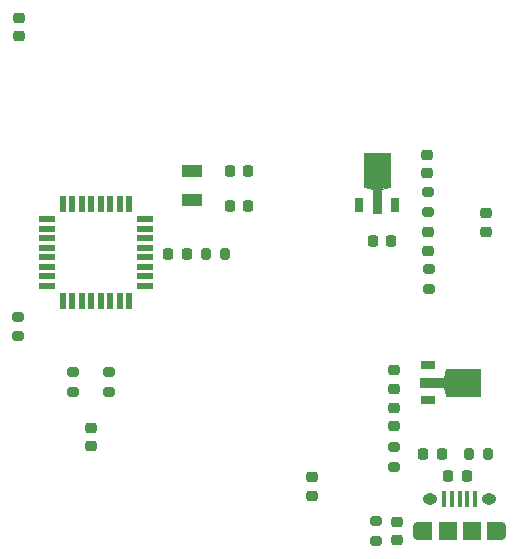
<source format=gbr>
%TF.GenerationSoftware,KiCad,Pcbnew,9.0.0*%
%TF.CreationDate,2025-03-21T22:40:37-06:00*%
%TF.ProjectId,pcb_desgin,7063625f-6465-4736-9769-6e2e6b696361,rev?*%
%TF.SameCoordinates,Original*%
%TF.FileFunction,Paste,Top*%
%TF.FilePolarity,Positive*%
%FSLAX46Y46*%
G04 Gerber Fmt 4.6, Leading zero omitted, Abs format (unit mm)*
G04 Created by KiCad (PCBNEW 9.0.0) date 2025-03-21 22:40:37*
%MOMM*%
%LPD*%
G01*
G04 APERTURE LIST*
G04 Aperture macros list*
%AMRoundRect*
0 Rectangle with rounded corners*
0 $1 Rounding radius*
0 $2 $3 $4 $5 $6 $7 $8 $9 X,Y pos of 4 corners*
0 Add a 4 corners polygon primitive as box body*
4,1,4,$2,$3,$4,$5,$6,$7,$8,$9,$2,$3,0*
0 Add four circle primitives for the rounded corners*
1,1,$1+$1,$2,$3*
1,1,$1+$1,$4,$5*
1,1,$1+$1,$6,$7*
1,1,$1+$1,$8,$9*
0 Add four rect primitives between the rounded corners*
20,1,$1+$1,$2,$3,$4,$5,0*
20,1,$1+$1,$4,$5,$6,$7,0*
20,1,$1+$1,$6,$7,$8,$9,0*
20,1,$1+$1,$8,$9,$2,$3,0*%
G04 Aperture macros list end*
%ADD10C,0.010000*%
%ADD11R,1.300000X0.700000*%
%ADD12R,1.800000X1.000000*%
%ADD13RoundRect,0.200000X-0.275000X0.200000X-0.275000X-0.200000X0.275000X-0.200000X0.275000X0.200000X0*%
%ADD14RoundRect,0.225000X-0.250000X0.225000X-0.250000X-0.225000X0.250000X-0.225000X0.250000X0.225000X0*%
%ADD15RoundRect,0.218750X0.256250X-0.218750X0.256250X0.218750X-0.256250X0.218750X-0.256250X-0.218750X0*%
%ADD16RoundRect,0.200000X0.275000X-0.200000X0.275000X0.200000X-0.275000X0.200000X-0.275000X-0.200000X0*%
%ADD17RoundRect,0.225000X0.250000X-0.225000X0.250000X0.225000X-0.250000X0.225000X-0.250000X-0.225000X0*%
%ADD18RoundRect,0.200000X0.200000X0.275000X-0.200000X0.275000X-0.200000X-0.275000X0.200000X-0.275000X0*%
%ADD19RoundRect,0.225000X-0.225000X-0.250000X0.225000X-0.250000X0.225000X0.250000X-0.225000X0.250000X0*%
%ADD20R,0.508000X1.473200*%
%ADD21R,1.473200X0.508000*%
%ADD22RoundRect,0.218750X0.218750X0.256250X-0.218750X0.256250X-0.218750X-0.256250X0.218750X-0.256250X0*%
%ADD23RoundRect,0.225000X0.225000X0.250000X-0.225000X0.250000X-0.225000X-0.250000X0.225000X-0.250000X0*%
%ADD24O,0.890000X1.550000*%
%ADD25O,1.250000X0.950000*%
%ADD26R,0.400000X1.350000*%
%ADD27R,1.200000X1.550000*%
%ADD28R,1.500000X1.550000*%
%ADD29R,0.700000X1.300000*%
G04 APERTURE END LIST*
D10*
%TO.C,U2*%
X145550000Y-70825000D02*
X142625000Y-70825000D01*
X142440000Y-70050000D01*
X140450000Y-70050000D01*
X140450000Y-69350000D01*
X142440000Y-69350000D01*
X142625000Y-68575000D01*
X145550000Y-68575000D01*
X145550000Y-70825000D01*
G36*
X145550000Y-70825000D02*
G01*
X142625000Y-70825000D01*
X142440000Y-70050000D01*
X140450000Y-70050000D01*
X140450000Y-69350000D01*
X142440000Y-69350000D01*
X142625000Y-68575000D01*
X145550000Y-68575000D01*
X145550000Y-70825000D01*
G37*
%TO.C,U1*%
X137925000Y-53162500D02*
X137150000Y-53347500D01*
X137150000Y-55337500D01*
X136450000Y-55337500D01*
X136450000Y-53347500D01*
X135675000Y-53162500D01*
X135675000Y-50237500D01*
X137925000Y-50237500D01*
X137925000Y-53162500D01*
G36*
X137925000Y-53162500D02*
G01*
X137150000Y-53347500D01*
X137150000Y-55337500D01*
X136450000Y-55337500D01*
X136450000Y-53347500D01*
X135675000Y-53162500D01*
X135675000Y-50237500D01*
X137925000Y-50237500D01*
X137925000Y-53162500D01*
G37*
%TD*%
D11*
%TO.C,U2*%
X141100000Y-68200000D03*
X141100000Y-71200000D03*
%TD*%
D12*
%TO.C,Y1*%
X121100000Y-54300000D03*
X121100000Y-51800000D03*
%TD*%
D13*
%TO.C,R8*%
X106400000Y-64150000D03*
X106400000Y-65800000D03*
%TD*%
D14*
%TO.C,C5*%
X106500000Y-38850000D03*
X106500000Y-40400000D03*
%TD*%
D15*
%TO.C,D1*%
X141000000Y-51987500D03*
X141000000Y-50412500D03*
%TD*%
D14*
%TO.C,C6*%
X131300000Y-77750000D03*
X131300000Y-79300000D03*
%TD*%
D16*
%TO.C,R1*%
X141100000Y-55237500D03*
X141100000Y-53587500D03*
%TD*%
D17*
%TO.C,C3*%
X138200000Y-70225000D03*
X138200000Y-68675000D03*
%TD*%
D18*
%TO.C,R9*%
X123950000Y-58800000D03*
X122300000Y-58800000D03*
%TD*%
D13*
%TO.C,R6*%
X111100000Y-68850000D03*
X111100000Y-70500000D03*
%TD*%
D19*
%TO.C,C4*%
X142850000Y-77600000D03*
X144400000Y-77600000D03*
%TD*%
D20*
%TO.C,U3*%
X115814799Y-54585199D03*
X115014801Y-54585199D03*
X114214800Y-54585199D03*
X113414799Y-54585199D03*
X112614801Y-54585199D03*
X111814800Y-54585199D03*
X111014801Y-54585199D03*
X110214801Y-54585199D03*
D21*
X108900000Y-55900000D03*
X108900000Y-56699998D03*
X108900000Y-57499999D03*
X108900000Y-58300000D03*
X108900000Y-59099998D03*
X108900000Y-59899999D03*
X108900000Y-60699998D03*
X108900000Y-61499998D03*
D20*
X110214801Y-62814799D03*
X111014799Y-62814799D03*
X111814800Y-62814799D03*
X112614801Y-62814799D03*
X113414799Y-62814799D03*
X114214800Y-62814799D03*
X115014799Y-62814799D03*
X115814799Y-62814799D03*
D21*
X117129600Y-61499998D03*
X117129600Y-60700000D03*
X117129600Y-59899999D03*
X117129600Y-59099998D03*
X117129600Y-58300000D03*
X117129600Y-57499999D03*
X117129600Y-56700000D03*
X117129600Y-55900000D03*
%TD*%
D16*
%TO.C,R4*%
X138200000Y-76825000D03*
X138200000Y-75175000D03*
%TD*%
D18*
%TO.C,R3*%
X146212500Y-75760000D03*
X144562500Y-75760000D03*
%TD*%
D13*
%TO.C,R7*%
X114100000Y-68850000D03*
X114100000Y-70500000D03*
%TD*%
D22*
%TO.C,D3*%
X142287500Y-75800000D03*
X140712500Y-75800000D03*
%TD*%
D23*
%TO.C,C9*%
X125900000Y-54800000D03*
X124350000Y-54800000D03*
%TD*%
D22*
%TO.C,D5*%
X120700000Y-58800000D03*
X119125000Y-58800000D03*
%TD*%
D24*
%TO.C,J2*%
X140300000Y-82300000D03*
D25*
X141300000Y-79600000D03*
X146300000Y-79600000D03*
D24*
X147300000Y-82300000D03*
D26*
X142500000Y-79600000D03*
X143150000Y-79600000D03*
X143800000Y-79600000D03*
X144450000Y-79600000D03*
X145100000Y-79600000D03*
D27*
X140900000Y-82300000D03*
D28*
X142800000Y-82300000D03*
X144800000Y-82300000D03*
D27*
X146700000Y-82300000D03*
%TD*%
D16*
%TO.C,R5*%
X136700000Y-83100000D03*
X136700000Y-81450000D03*
%TD*%
D15*
%TO.C,D4*%
X138200000Y-73425000D03*
X138200000Y-71850000D03*
%TD*%
D29*
%TO.C,U1*%
X135300000Y-54687500D03*
X138300000Y-54687500D03*
%TD*%
D16*
%TO.C,R2*%
X141200000Y-61775000D03*
X141200000Y-60125000D03*
%TD*%
D19*
%TO.C,C2*%
X136450000Y-57687500D03*
X138000000Y-57687500D03*
%TD*%
D17*
%TO.C,C8*%
X112625000Y-75100000D03*
X112625000Y-73550000D03*
%TD*%
%TO.C,C1*%
X146000000Y-56950000D03*
X146000000Y-55400000D03*
%TD*%
D23*
%TO.C,C10*%
X125900000Y-51800000D03*
X124350000Y-51800000D03*
%TD*%
D15*
%TO.C,D2*%
X141100000Y-58575000D03*
X141100000Y-57000000D03*
%TD*%
D17*
%TO.C,C7*%
X138500000Y-83075000D03*
X138500000Y-81525000D03*
%TD*%
M02*

</source>
